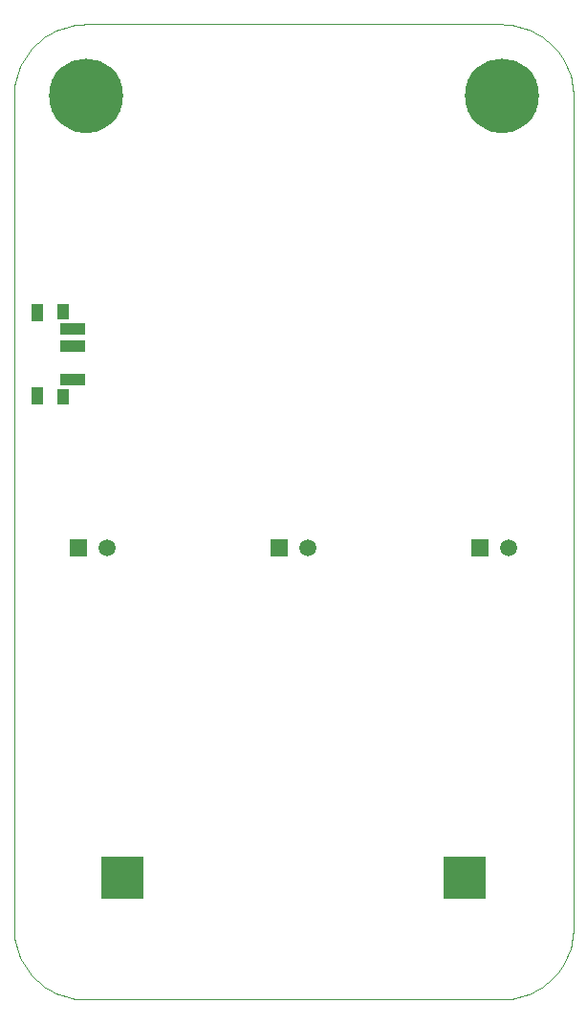
<source format=gbs>
G75*
G70*
%OFA0B0*%
%FSLAX24Y24*%
%IPPOS*%
%LPD*%
%AMOC8*
5,1,8,0,0,1.08239X$1,22.5*
%
%ADD10C,0.0000*%
%ADD11C,0.2580*%
%ADD12R,0.0867X0.0395*%
%ADD13R,0.0395X0.0552*%
%ADD14R,0.0395X0.0631*%
%ADD15R,0.1497X0.1497*%
%ADD16R,0.0595X0.0595*%
%ADD17C,0.0595*%
D10*
X000655Y003155D02*
X000655Y032155D01*
X001905Y032155D02*
X001907Y032225D01*
X001913Y032295D01*
X001923Y032364D01*
X001936Y032433D01*
X001954Y032501D01*
X001975Y032568D01*
X002000Y032633D01*
X002029Y032697D01*
X002061Y032760D01*
X002097Y032820D01*
X002136Y032878D01*
X002178Y032934D01*
X002223Y032988D01*
X002271Y033039D01*
X002322Y033087D01*
X002376Y033132D01*
X002432Y033174D01*
X002490Y033213D01*
X002550Y033249D01*
X002613Y033281D01*
X002677Y033310D01*
X002742Y033335D01*
X002809Y033356D01*
X002877Y033374D01*
X002946Y033387D01*
X003015Y033397D01*
X003085Y033403D01*
X003155Y033405D01*
X003225Y033403D01*
X003295Y033397D01*
X003364Y033387D01*
X003433Y033374D01*
X003501Y033356D01*
X003568Y033335D01*
X003633Y033310D01*
X003697Y033281D01*
X003760Y033249D01*
X003820Y033213D01*
X003878Y033174D01*
X003934Y033132D01*
X003988Y033087D01*
X004039Y033039D01*
X004087Y032988D01*
X004132Y032934D01*
X004174Y032878D01*
X004213Y032820D01*
X004249Y032760D01*
X004281Y032697D01*
X004310Y032633D01*
X004335Y032568D01*
X004356Y032501D01*
X004374Y032433D01*
X004387Y032364D01*
X004397Y032295D01*
X004403Y032225D01*
X004405Y032155D01*
X004403Y032085D01*
X004397Y032015D01*
X004387Y031946D01*
X004374Y031877D01*
X004356Y031809D01*
X004335Y031742D01*
X004310Y031677D01*
X004281Y031613D01*
X004249Y031550D01*
X004213Y031490D01*
X004174Y031432D01*
X004132Y031376D01*
X004087Y031322D01*
X004039Y031271D01*
X003988Y031223D01*
X003934Y031178D01*
X003878Y031136D01*
X003820Y031097D01*
X003760Y031061D01*
X003697Y031029D01*
X003633Y031000D01*
X003568Y030975D01*
X003501Y030954D01*
X003433Y030936D01*
X003364Y030923D01*
X003295Y030913D01*
X003225Y030907D01*
X003155Y030905D01*
X003085Y030907D01*
X003015Y030913D01*
X002946Y030923D01*
X002877Y030936D01*
X002809Y030954D01*
X002742Y030975D01*
X002677Y031000D01*
X002613Y031029D01*
X002550Y031061D01*
X002490Y031097D01*
X002432Y031136D01*
X002376Y031178D01*
X002322Y031223D01*
X002271Y031271D01*
X002223Y031322D01*
X002178Y031376D01*
X002136Y031432D01*
X002097Y031490D01*
X002061Y031550D01*
X002029Y031613D01*
X002000Y031677D01*
X001975Y031742D01*
X001954Y031809D01*
X001936Y031877D01*
X001923Y031946D01*
X001913Y032015D01*
X001907Y032085D01*
X001905Y032155D01*
X000655Y032155D02*
X000658Y032274D01*
X000666Y032393D01*
X000680Y032511D01*
X000700Y032628D01*
X000725Y032744D01*
X000756Y032859D01*
X000792Y032973D01*
X000834Y033084D01*
X000881Y033194D01*
X000933Y033301D01*
X000990Y033405D01*
X001052Y033507D01*
X001119Y033605D01*
X001190Y033700D01*
X001266Y033792D01*
X001346Y033880D01*
X001430Y033964D01*
X001518Y034044D01*
X001610Y034120D01*
X001705Y034191D01*
X001803Y034258D01*
X001905Y034320D01*
X002009Y034377D01*
X002116Y034429D01*
X002226Y034476D01*
X002337Y034518D01*
X002451Y034554D01*
X002566Y034585D01*
X002682Y034610D01*
X002799Y034630D01*
X002917Y034644D01*
X003036Y034652D01*
X003155Y034655D01*
X017655Y034655D01*
X016405Y032155D02*
X016407Y032225D01*
X016413Y032295D01*
X016423Y032364D01*
X016436Y032433D01*
X016454Y032501D01*
X016475Y032568D01*
X016500Y032633D01*
X016529Y032697D01*
X016561Y032760D01*
X016597Y032820D01*
X016636Y032878D01*
X016678Y032934D01*
X016723Y032988D01*
X016771Y033039D01*
X016822Y033087D01*
X016876Y033132D01*
X016932Y033174D01*
X016990Y033213D01*
X017050Y033249D01*
X017113Y033281D01*
X017177Y033310D01*
X017242Y033335D01*
X017309Y033356D01*
X017377Y033374D01*
X017446Y033387D01*
X017515Y033397D01*
X017585Y033403D01*
X017655Y033405D01*
X017725Y033403D01*
X017795Y033397D01*
X017864Y033387D01*
X017933Y033374D01*
X018001Y033356D01*
X018068Y033335D01*
X018133Y033310D01*
X018197Y033281D01*
X018260Y033249D01*
X018320Y033213D01*
X018378Y033174D01*
X018434Y033132D01*
X018488Y033087D01*
X018539Y033039D01*
X018587Y032988D01*
X018632Y032934D01*
X018674Y032878D01*
X018713Y032820D01*
X018749Y032760D01*
X018781Y032697D01*
X018810Y032633D01*
X018835Y032568D01*
X018856Y032501D01*
X018874Y032433D01*
X018887Y032364D01*
X018897Y032295D01*
X018903Y032225D01*
X018905Y032155D01*
X018903Y032085D01*
X018897Y032015D01*
X018887Y031946D01*
X018874Y031877D01*
X018856Y031809D01*
X018835Y031742D01*
X018810Y031677D01*
X018781Y031613D01*
X018749Y031550D01*
X018713Y031490D01*
X018674Y031432D01*
X018632Y031376D01*
X018587Y031322D01*
X018539Y031271D01*
X018488Y031223D01*
X018434Y031178D01*
X018378Y031136D01*
X018320Y031097D01*
X018260Y031061D01*
X018197Y031029D01*
X018133Y031000D01*
X018068Y030975D01*
X018001Y030954D01*
X017933Y030936D01*
X017864Y030923D01*
X017795Y030913D01*
X017725Y030907D01*
X017655Y030905D01*
X017585Y030907D01*
X017515Y030913D01*
X017446Y030923D01*
X017377Y030936D01*
X017309Y030954D01*
X017242Y030975D01*
X017177Y031000D01*
X017113Y031029D01*
X017050Y031061D01*
X016990Y031097D01*
X016932Y031136D01*
X016876Y031178D01*
X016822Y031223D01*
X016771Y031271D01*
X016723Y031322D01*
X016678Y031376D01*
X016636Y031432D01*
X016597Y031490D01*
X016561Y031550D01*
X016529Y031613D01*
X016500Y031677D01*
X016475Y031742D01*
X016454Y031809D01*
X016436Y031877D01*
X016423Y031946D01*
X016413Y032015D01*
X016407Y032085D01*
X016405Y032155D01*
X017655Y034655D02*
X017774Y034652D01*
X017893Y034644D01*
X018011Y034630D01*
X018128Y034610D01*
X018244Y034585D01*
X018359Y034554D01*
X018473Y034518D01*
X018584Y034476D01*
X018694Y034429D01*
X018801Y034377D01*
X018905Y034320D01*
X019007Y034258D01*
X019105Y034191D01*
X019200Y034120D01*
X019292Y034044D01*
X019380Y033964D01*
X019464Y033880D01*
X019544Y033792D01*
X019620Y033700D01*
X019691Y033605D01*
X019758Y033507D01*
X019820Y033405D01*
X019877Y033301D01*
X019929Y033194D01*
X019976Y033084D01*
X020018Y032973D01*
X020054Y032859D01*
X020085Y032744D01*
X020110Y032628D01*
X020130Y032511D01*
X020144Y032393D01*
X020152Y032274D01*
X020155Y032155D01*
X020155Y003155D01*
X020152Y003036D01*
X020144Y002917D01*
X020130Y002799D01*
X020110Y002682D01*
X020085Y002566D01*
X020054Y002451D01*
X020018Y002337D01*
X019976Y002226D01*
X019929Y002116D01*
X019877Y002009D01*
X019820Y001905D01*
X019758Y001803D01*
X019691Y001705D01*
X019620Y001610D01*
X019544Y001518D01*
X019464Y001430D01*
X019380Y001346D01*
X019292Y001266D01*
X019200Y001190D01*
X019105Y001119D01*
X019007Y001052D01*
X018905Y000990D01*
X018801Y000933D01*
X018694Y000881D01*
X018584Y000834D01*
X018473Y000792D01*
X018359Y000756D01*
X018244Y000725D01*
X018128Y000700D01*
X018011Y000680D01*
X017893Y000666D01*
X017774Y000658D01*
X017655Y000655D01*
X003155Y000655D01*
X003036Y000658D01*
X002917Y000666D01*
X002799Y000680D01*
X002682Y000700D01*
X002566Y000725D01*
X002451Y000756D01*
X002337Y000792D01*
X002226Y000834D01*
X002116Y000881D01*
X002009Y000933D01*
X001905Y000990D01*
X001803Y001052D01*
X001705Y001119D01*
X001610Y001190D01*
X001518Y001266D01*
X001430Y001346D01*
X001346Y001430D01*
X001266Y001518D01*
X001190Y001610D01*
X001119Y001705D01*
X001052Y001803D01*
X000990Y001905D01*
X000933Y002009D01*
X000881Y002116D01*
X000834Y002226D01*
X000792Y002337D01*
X000756Y002451D01*
X000725Y002566D01*
X000700Y002682D01*
X000680Y002799D01*
X000666Y002917D01*
X000658Y003036D01*
X000655Y003155D01*
D11*
X003155Y032155D03*
X017655Y032155D03*
D12*
X002693Y024041D03*
X002693Y023450D03*
X002693Y022269D03*
D13*
X002358Y021679D03*
X002358Y024631D03*
D14*
X001452Y024592D03*
X001452Y021718D03*
D15*
X004441Y004905D03*
X016370Y004905D03*
D16*
X016905Y016405D03*
X009905Y016405D03*
X002905Y016405D03*
D17*
X003905Y016405D03*
X010905Y016405D03*
X017905Y016405D03*
M02*

</source>
